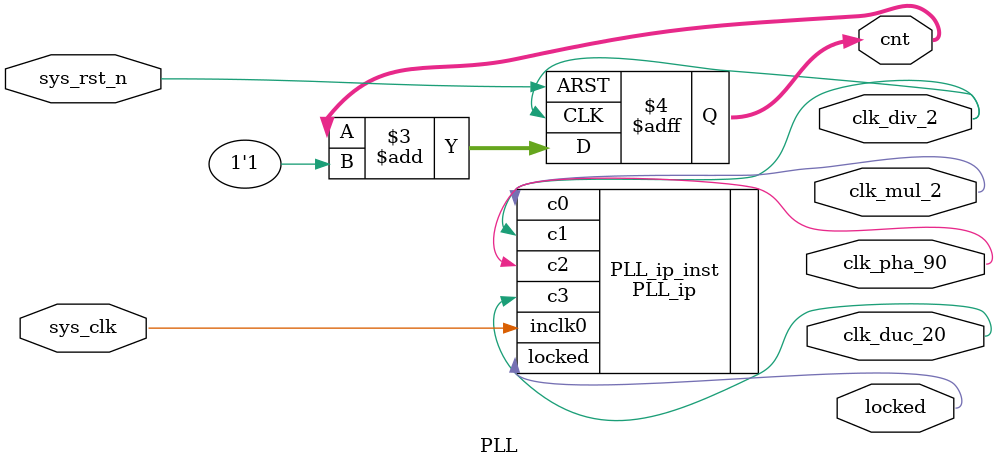
<source format=v>
module  PLL
(
    input   wire    sys_clk     ,
    input   wire    sys_rst_n   ,
    
    output  wire    clk_mul_2   ,
    output  wire    clk_div_2   ,
    output  wire    clk_pha_90  ,
    output  wire    clk_duc_20  ,
    output  reg     [1:0]   cnt ,
    output  wire    locked
);

PLL_ip	PLL_ip_inst
(
    .inclk0 (sys_clk),
    .c0     (clk_mul_2),
    .c1     (clk_div_2),
    .c2     (clk_pha_90),
    .c3     (clk_duc_20),
    .locked (locked)
);

always@(posedge clk_div_2 or negedge sys_rst_n)
    if(sys_rst_n == 1'b0)
        cnt <= 2'd0;
    else
        cnt <= cnt + 1'b1;



endmodule

</source>
